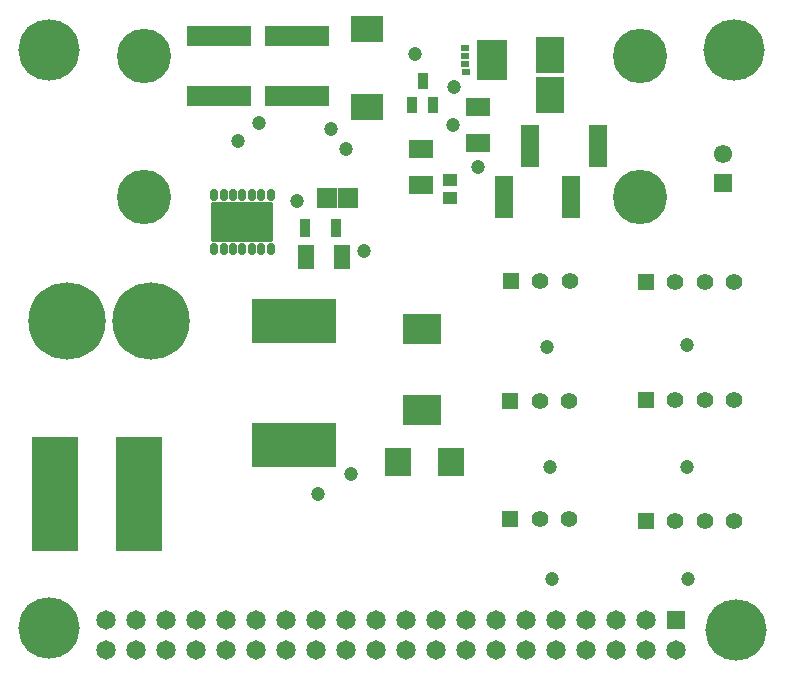
<source format=gbr>
G04*
G04 #@! TF.GenerationSoftware,Altium Limited,Altium Designer,23.10.1 (27)*
G04*
G04 Layer_Color=16711935*
%FSLAX42Y42*%
%MOMM*%
G71*
G04*
G04 #@! TF.SameCoordinates,D45A84C9-24EE-431E-81B0-E16C7BED9CBD*
G04*
G04*
G04 #@! TF.FilePolarity,Negative*
G04*
G01*
G75*
%ADD31C,1.65*%
%ADD32R,1.65X1.65*%
%ADD33C,6.55*%
%ADD34C,4.60*%
%ADD35C,1.55*%
%ADD36R,1.55X1.55*%
%ADD37C,1.40*%
%ADD38R,1.40X1.40*%
%ADD39R,4.01X9.73*%
%ADD40C,5.20*%
%ADD41C,1.20*%
%ADD42C,0.70*%
%ADD66R,3.30X2.50*%
%ADD68R,5.40X1.70*%
%ADD75R,0.86X1.61*%
%ADD82R,2.45X3.05*%
%ADD83R,7.20X3.70*%
%ADD84R,2.70X2.20*%
%ADD85R,1.70X1.75*%
%ADD86R,2.25X2.40*%
%ADD87R,0.81X1.38*%
%ADD88R,2.50X3.50*%
%ADD89R,0.73X0.60*%
%ADD90R,1.45X2.00*%
%ADD91R,2.05X1.55*%
%ADD92R,1.20X1.00*%
%ADD93R,1.65X3.60*%
G04:AMPARAMS|DCode=94|XSize=0.6mm|YSize=1mm|CornerRadius=0.15mm|HoleSize=0mm|Usage=FLASHONLY|Rotation=180.000|XOffset=0mm|YOffset=0mm|HoleType=Round|Shape=RoundedRectangle|*
%AMROUNDEDRECTD94*
21,1,0.60,0.70,0,0,180.0*
21,1,0.30,1.00,0,0,180.0*
1,1,0.30,-0.15,0.35*
1,1,0.30,0.15,0.35*
1,1,0.30,0.15,-0.35*
1,1,0.30,-0.15,-0.35*
%
%ADD94ROUNDEDRECTD94*%
G04:AMPARAMS|DCode=95|XSize=5.2mm|YSize=3.4mm|CornerRadius=0.15mm|HoleSize=0mm|Usage=FLASHONLY|Rotation=180.000|XOffset=0mm|YOffset=0mm|HoleType=Round|Shape=RoundedRectangle|*
%AMROUNDEDRECTD95*
21,1,5.20,3.10,0,0,180.0*
21,1,4.90,3.40,0,0,180.0*
1,1,0.30,-2.45,1.55*
1,1,0.30,2.45,1.55*
1,1,0.30,2.45,-1.55*
1,1,0.30,-2.45,-1.55*
%
%ADD95ROUNDEDRECTD95*%
D31*
X483Y-5080D02*
D03*
Y-4826D02*
D03*
X737Y-5080D02*
D03*
Y-4826D02*
D03*
X991Y-5080D02*
D03*
Y-4826D02*
D03*
X1245Y-5080D02*
D03*
Y-4826D02*
D03*
X1499Y-5080D02*
D03*
Y-4826D02*
D03*
X1753Y-5080D02*
D03*
Y-4826D02*
D03*
X2007Y-5080D02*
D03*
Y-4826D02*
D03*
X2261Y-5080D02*
D03*
Y-4826D02*
D03*
X2515Y-5080D02*
D03*
Y-4826D02*
D03*
X2769Y-5080D02*
D03*
Y-4826D02*
D03*
X3023Y-5080D02*
D03*
Y-4826D02*
D03*
X3277Y-5080D02*
D03*
Y-4826D02*
D03*
X3531Y-5080D02*
D03*
Y-4826D02*
D03*
X3785Y-5080D02*
D03*
Y-4826D02*
D03*
X4039Y-5080D02*
D03*
Y-4826D02*
D03*
X4293Y-5080D02*
D03*
Y-4826D02*
D03*
X4547Y-5080D02*
D03*
Y-4826D02*
D03*
X4801Y-5080D02*
D03*
Y-4826D02*
D03*
X5055Y-5080D02*
D03*
Y-4826D02*
D03*
X5309Y-5080D02*
D03*
D32*
Y-4826D02*
D03*
D33*
X152Y-2299D02*
D03*
X864D02*
D03*
D34*
X5000Y-1250D02*
D03*
X800Y-50D02*
D03*
Y-1250D02*
D03*
X5000Y-50D02*
D03*
D35*
X5702Y-880D02*
D03*
D36*
Y-1130D02*
D03*
D37*
X4403Y-3973D02*
D03*
X4153D02*
D03*
X5298Y-1967D02*
D03*
X5548D02*
D03*
X5798D02*
D03*
X4407Y-1956D02*
D03*
X4157D02*
D03*
X4403Y-2972D02*
D03*
X4153D02*
D03*
X5300Y-3988D02*
D03*
X5550D02*
D03*
X5800D02*
D03*
X5298Y-2970D02*
D03*
X5548D02*
D03*
X5798D02*
D03*
D38*
X3903Y-3973D02*
D03*
X5048Y-1967D02*
D03*
X3907Y-1956D02*
D03*
X3903Y-2972D02*
D03*
X5050Y-3988D02*
D03*
X5048Y-2970D02*
D03*
D39*
X762Y-3759D02*
D03*
X51D02*
D03*
D40*
X5800Y0D02*
D03*
X0D02*
D03*
Y-4900D02*
D03*
X5817Y-4915D02*
D03*
D41*
X2095Y-1283D02*
D03*
X2667Y-1702D02*
D03*
X3099Y-38D02*
D03*
X3416Y-635D02*
D03*
X3429Y-317D02*
D03*
X3632Y-991D02*
D03*
X1600Y-775D02*
D03*
X2515Y-838D02*
D03*
X2388Y-673D02*
D03*
X1778Y-622D02*
D03*
X2273Y-3759D02*
D03*
X4216Y-2515D02*
D03*
X5397Y-2502D02*
D03*
Y-3531D02*
D03*
X5410Y-4483D02*
D03*
X4254D02*
D03*
X4242Y-3531D02*
D03*
X2553Y-3594D02*
D03*
D42*
X1713Y-1586D02*
D03*
X1556D02*
D03*
Y-1332D02*
D03*
X1713D02*
D03*
Y-1459D02*
D03*
X1556D02*
D03*
X1435D02*
D03*
X1834D02*
D03*
D66*
X3152Y-2362D02*
D03*
Y-3052D02*
D03*
D68*
X1435Y116D02*
D03*
Y-394D02*
D03*
X2095Y115D02*
D03*
Y-395D02*
D03*
D75*
X2160Y-1511D02*
D03*
X2426D02*
D03*
D82*
X4242Y-381D02*
D03*
Y-46D02*
D03*
D83*
X2072Y-3347D02*
D03*
Y-2297D02*
D03*
D84*
X2692Y-483D02*
D03*
Y178D02*
D03*
D85*
X2530Y-1257D02*
D03*
X2350D02*
D03*
D86*
X3399Y-3495D02*
D03*
X2949D02*
D03*
D87*
X3160Y-265D02*
D03*
X3068Y-470D02*
D03*
X3251D02*
D03*
D88*
X3746Y-89D02*
D03*
D89*
X3522Y-122D02*
D03*
Y-56D02*
D03*
X3522Y11D02*
D03*
X3523Y-188D02*
D03*
D90*
X2172Y-1753D02*
D03*
X2477D02*
D03*
D91*
X3632Y-788D02*
D03*
Y-482D02*
D03*
X3150Y-838D02*
D03*
Y-1143D02*
D03*
D92*
X3391Y-1257D02*
D03*
Y-1107D02*
D03*
D93*
X4648Y-813D02*
D03*
X4073D02*
D03*
X3845Y-1245D02*
D03*
X4420D02*
D03*
D94*
X1394Y-1229D02*
D03*
X1474D02*
D03*
X1555D02*
D03*
X1634D02*
D03*
X1715D02*
D03*
X1794D02*
D03*
X1875D02*
D03*
X1394Y-1689D02*
D03*
X1474D02*
D03*
X1555D02*
D03*
X1634D02*
D03*
X1715D02*
D03*
X1794D02*
D03*
X1875D02*
D03*
D95*
X1634Y-1459D02*
D03*
M02*

</source>
